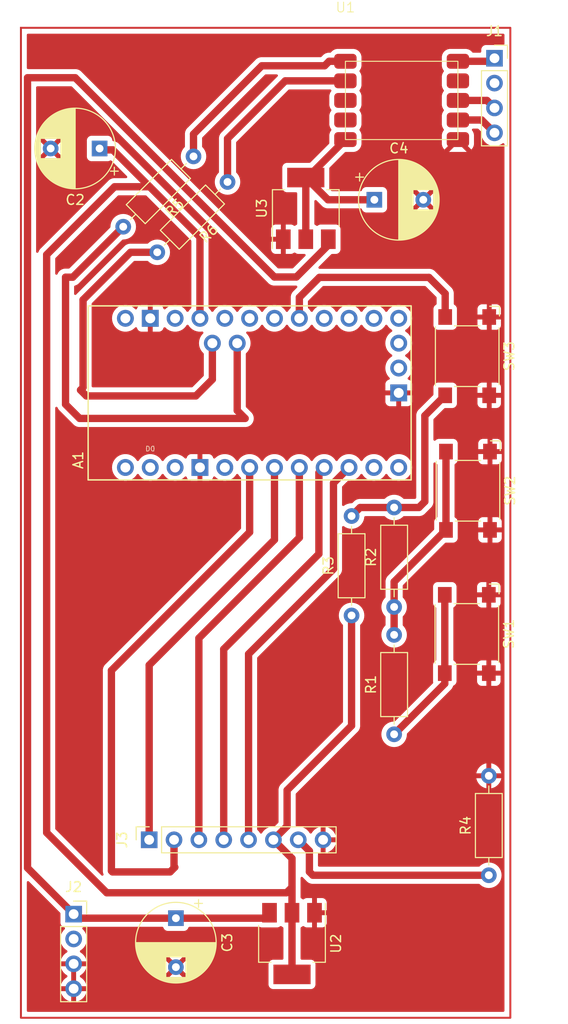
<source format=kicad_pcb>
(kicad_pcb (version 20221018) (generator pcbnew)
  (layers (0 "F.Cu" signal) (31 "B.Cu" signal) (34 "B.Paste" user) (35 "F.Paste" user) (36 "B.SilkS" user "B.Silkscreen") (37 "F.SilkS" user "F.Silkscreen") (38 "B.Mask" user) (39 "F.Mask" user) (44 "Edge.Cuts" user))
  (net 0 "")
  (net 1 "Net-(A1-PadA0)")
  (net 5 "Net-(A1-A4{slash}SDA)")
  (net 6 "Net-(A1-A5{slash}SCL)")
  (net 12 "Net-(A1-D3_INT1)")
  (net 13 "Net-(J3-Pin_1)")
  (net 14 "Net-(J3-Pin_3)")
  (net 15 "Net-(J3-Pin_4)")
  (net 16 "Net-(J3-Pin_5)")
  (net 23 "GND")
  (net 27 "+5V")
  (net 28 "Net-(J2-Pin_1)")
  (net 29 "+3.3V")
  (net 30 "Net-(J1-Pin_1)")
  (net 32 "Net-(J1-Pin_3)")
  (net 33 "Net-(J1-Pin_4)")
  (net 34 "Net-(J3-Pin_7)")
  (net 35 "Net-(R1-Pad1)")
  (net 36 "Net-(R1-Pad2)")
  (net 40 "Net-(U1-SCA)")
  (net 41 "Net-(U1-SCL)")
  (footprint "Resistor_THT:R_Axial_DIN0207_L6.3mm_D2.5mm_P10.16mm_Horizontal" (layer "F.Cu") (at 196.13 41.15 -135)
    (fp_text reference "R6" (at 5.08 -2.37 45) (layer "F.SilkS"))
    (fp_text value "R")
    (pad "1" thru_hole circle (at 0 0 225) (size 1.6 1.6) (drill 0.8) (layers "*.Cu" "*.Mask") (net 41 "Net-(U1-SCL)"))
    (pad "2" thru_hole oval (at 10.16 0 225) (size 1.6 1.6) (drill 0.8) (layers "*.Cu" "*.Mask") (net 6 "Net-(A1-A5{slash}SCL)"))
  )
  (footprint "Button_Switch_SMD:SW_SPST_Omron_B3FS-100xP" (layer "F.Cu") (at 220.59 87.33 -90)
    (fp_text reference "SW1" (at 0 -4.3 90) (layer "F.SilkS"))
    (fp_text value "SW_Push")
    (pad "1" smd rect (at -4 -2.25 90) (size 1.6 1.4) (layers "F.Cu" "F.Paste" "F.Mask") (net 23 "GND"))
    (pad "1" smd rect (at 4 -2.25 90) (size 1.6 1.4) (layers "F.Cu" "F.Paste" "F.Mask") (net 23 "GND"))
    (pad "2" smd rect (at -4 2.25 90) (size 1.6 1.4) (layers "F.Cu" "F.Paste" "F.Mask") (net 35 "Net-(R1-Pad1)"))
    (pad "2" smd rect (at 4 2.25 90) (size 1.6 1.4) (layers "F.Cu" "F.Paste" "F.Mask") (net 35 "Net-(R1-Pad1)"))
  )
  (footprint "Resistor_THT:R_Axial_DIN0207_L6.3mm_D2.5mm_P10.16mm_Horizontal" (layer "F.Cu") (at 192.652102 38.537897 -135)
    (fp_text reference "R5" (at 5.08 -2.37 45) (layer "F.SilkS"))
    (fp_text value "R")
    (pad "1" thru_hole circle (at 0 0 225) (size 1.6 1.6) (drill 0.8) (layers "*.Cu" "*.Mask") (net 40 "Net-(U1-SCA)"))
    (pad "2" thru_hole oval (at 10.16 0 225) (size 1.6 1.6) (drill 0.8) (layers "*.Cu" "*.Mask") (net 5 "Net-(A1-A4{slash}SDA)"))
  )
  (footprint "Library:rda" (layer "F.Cu") (at 208.18 28.82)
    (fp_text reference "U1" (at 0 -5.5 unlocked) (layer "F.SilkS") (effects (font (thickness 0.1))))
    (fp_text value "~")
    (pad "1" smd roundrect (at 0 0) (size 2.286 1.524) (layers "F.Cu" "F.Paste" "F.Mask") (net 40 "Net-(U1-SCA)"))
    (pad "2" smd roundrect (at 0 2) (size 2.286 1.524) (layers "F.Cu" "F.Paste" "F.Mask") (net 41 "Net-(U1-SCL)"))
    (pad "3" smd roundrect (at 0 4) (size 2.286 1.524) (layers "F.Cu" "F.Paste" "F.Mask"))
    (pad "4" smd roundrect (at 0 6) (size 2.286 1.524) (layers "F.Cu" "F.Paste" "F.Mask"))
    (pad "5" smd roundrect (at 0 8) (size 2.286 1.524) (layers "F.Cu" "F.Paste" "F.Mask") (net 29 "+3.3V"))
    (pad "6" smd roundrect (at 11.5 0) (size 2.286 1.524) (layers "F.Cu" "F.Paste" "F.Mask") (net 30 "Net-(J1-Pin_1)"))
    (pad "7" smd roundrect (at 11.5 2) (size 2.286 1.524) (layers "F.Cu" "F.Paste" "F.Mask"))
    (pad "8" smd roundrect (at 11.5 4) (size 2.286 1.524) (layers "F.Cu" "F.Paste" "F.Mask") (net 32 "Net-(J1-Pin_3)"))
    (pad "9" smd roundrect (at 11.5 6) (size 2.286 1.524) (layers "F.Cu" "F.Paste" "F.Mask") (net 33 "Net-(J1-Pin_4)"))
    (pad "10" smd roundrect (at 11.5 8) (size 2.286 1.524) (layers "F.Cu" "F.Paste" "F.Mask") (net 23 "GND"))
  )
  (footprint "Connector_PinSocket_2.54mm:PinSocket_1x04_P2.54mm_Vertical" (layer "F.Cu") (at 223.42 28.51)
    (fp_text reference "J1" (at 0 -2.77) (layer "F.SilkS"))
    (fp_text value "Conn_01x04_Socket")
    (pad "1" thru_hole rect (at 0 0) (size 1.7 1.7) (drill 1) (layers "*.Cu" "*.Mask") (net 30 "Net-(J1-Pin_1)"))
    (pad "2" thru_hole oval (at 0 2.54) (size 1.7 1.7) (drill 1) (layers "*.Cu" "*.Mask"))
    (pad "3" thru_hole oval (at 0 5.08) (size 1.7 1.7) (drill 1) (layers "*.Cu" "*.Mask") (net 32 "Net-(J1-Pin_3)"))
    (pad "4" thru_hole oval (at 0 7.62) (size 1.7 1.7) (drill 1) (layers "*.Cu" "*.Mask") (net 33 "Net-(J1-Pin_4)"))
  )
  (footprint "Capacitor_THT:CP_Radial_D8.0mm_P5.00mm" (layer "F.Cu") (at 183.05 37.73 180)
    (fp_text reference "C2" (at 2.5 -5.25) (layer "F.SilkS"))
    (fp_text value "C")
    (pad "1" thru_hole rect (at 0 0 180) (size 1.6 1.6) (drill 0.8) (layers "*.Cu" "*.Mask") (net 27 "+5V"))
    (pad "2" thru_hole circle (at 5 0 180) (size 1.6 1.6) (drill 0.8) (layers "*.Cu" "*.Mask") (net 23 "GND"))
  )
  (footprint "Resistor_THT:R_Axial_DIN0207_L6.3mm_D2.5mm_P10.16mm_Horizontal" (layer "F.Cu") (at 213.16 84.57 90)
    (fp_text reference "R2" (at 5.08 -2.37 90) (layer "F.SilkS"))
    (fp_text value "R")
    (pad "1" thru_hole circle (at 0 0 90) (size 1.6 1.6) (drill 0.8) (layers "*.Cu" "*.Mask") (net 36 "Net-(R1-Pad2)"))
    (pad "2" thru_hole oval (at 10.16 0 90) (size 1.6 1.6) (drill 0.8) (layers "*.Cu" "*.Mask") (net 1 "Net-(A1-PadA0)"))
  )
  (footprint "PCM_arduino-library:Clone_Pro_Mini_Socket_NoSPH" (layer "F.Cu") (at 198.39 62.7 90)
    (fp_text reference "A1" (at -6.858 -17.526 90) (layer "F.SilkS"))
    (fp_text value "Clone_Pro_Mini_Socket_NoSPH")
    (fp_text user "D0" (at -5.715 -10.16 unlocked) (layer "B.SilkS") (effects (font (size 0.5 0.5) (thickness 0.075)) (justify mirror)))
    (fp_text user "D0" (at -5.715 -10.16 unlocked) (layer "F.SilkS") (effects (font (size 0.5 0.5) (thickness 0.075))))
    (pad "A0" thru_hole circle (at 7.62 5.08 90) (size 1.7272 1.7272) (drill 1.016) (layers "*.Cu" "*.Mask") (net 1 "Net-(A1-PadA0)"))
    (pad "A1" thru_hole circle (at 7.62 2.54 90) (size 1.7272 1.7272) (drill 1.016) (layers "*.Cu" "*.Mask"))
    (pad "A2" thru_hole circle (at 7.62 0 90) (size 1.7272 1.7272) (drill 1.016) (layers "*.Cu" "*.Mask"))
    (pad "A3" thru_hole circle (at 7.62 -2.54 90) (size 1.7272 1.7272) (drill 1.016) (layers "*.Cu" "*.Mask"))
    (pad "A4" thru_hole circle (at 5.08 -1.27 90) (size 1.7272 1.7272) (drill 1.016) (layers "*.Cu" "*.Mask") (net 5 "Net-(A1-A4{slash}SDA)"))
    (pad "A5" thru_hole circle (at 5.08 -3.81 90) (size 1.7272 1.7272) (drill 1.016) (layers "*.Cu" "*.Mask") (net 6 "Net-(A1-A5{slash}SCL)"))
    (pad "A6" thru_hole circle (at 2.54 15.24 90) (size 1.7272 1.7272) (drill 1.016) (layers "*.Cu" "*.Mask"))
    (pad "A7" thru_hole circle (at 5.08 15.24 90) (size 1.7272 1.7272) (drill 1.016) (layers "*.Cu" "*.Mask"))
    (pad "D0" thru_hole circle (at -7.62 -10.16 90) (size 1.7272 1.7272) (drill 1.016) (layers "*.Cu" "*.Mask"))
    (pad "D1" thru_hole circle (at -7.62 -12.7 90) (size 1.7272 1.7272) (drill 1.016) (layers "*.Cu" "*.Mask"))
    (pad "D2" thru_hole circle (at -7.62 -2.54 90) (size 1.7272 1.7272) (drill 1.016) (layers "*.Cu" "*.Mask"))
    (pad "D3" thru_hole circle (at -7.62 0 90) (size 1.7272 1.7272) (drill 1.016) (layers "*.Cu" "*.Mask") (net 12 "Net-(A1-D3_INT1)"))
    (pad "D4" thru_hole circle (at -7.62 2.54 90) (size 1.7272 1.7272) (drill 1.016) (layers "*.Cu" "*.Mask") (net 13 "Net-(J3-Pin_1)"))
    (pad "D5" thru_hole circle (at -7.62 5.08 90) (size 1.7272 1.7272) (drill 1.016) (layers "*.Cu" "*.Mask") (net 14 "Net-(J3-Pin_3)"))
    (pad "D6" thru_hole circle (at -7.62 7.62 90) (size 1.7272 1.7272) (drill 1.016) (layers "*.Cu" "*.Mask") (net 15 "Net-(J3-Pin_4)"))
    (pad "D7" thru_hole circle (at -7.62 10.16 90) (size 1.7272 1.7272) (drill 1.016) (layers "*.Cu" "*.Mask") (net 16 "Net-(J3-Pin_5)"))
    (pad "D8" thru_hole circle (at -7.62 12.7 90) (size 1.7272 1.7272) (drill 1.016) (layers "*.Cu" "*.Mask"))
    (pad "D9" thru_hole circle (at -7.62 15.24 90) (size 1.7272 1.7272) (drill 1.016) (layers "*.Cu" "*.Mask"))
    (pad "D10" thru_hole circle (at 7.62 15.24 90) (size 1.7272 1.7272) (drill 1.016) (layers "*.Cu" "*.Mask"))
    (pad "D11" thru_hole circle (at 7.62 12.7 90) (size 1.7272 1.7272) (drill 1.016) (layers "*.Cu" "*.Mask"))
    (pad "D12" thru_hole circle (at 7.62 10.16 90) (size 1.7272 1.7272) (drill 1.016) (layers "*.Cu" "*.Mask"))
    (pad "D13" thru_hole circle (at 7.62 7.62 90) (size 1.7272 1.7272) (drill 1.016) (layers "*.Cu" "*.Mask"))
    (pad "GND1" thru_hole rect (at -7.62 -5.08 90) (size 1.7272 1.7272) (drill 1.016) (layers "*.Cu" "*.Mask") (net 23 "GND"))
    (pad "GND2" thru_hole rect (at 7.62 -10.16 90) (size 1.7272 1.7272) (drill 1.016) (layers "*.Cu" "*.Mask") (net 23 "GND"))
    (pad "GND3" thru_hole rect (at 0 15.24 90) (size 1.7272 1.7272) (drill 1.016) (layers "*.Cu" "*.Mask") (net 23 "GND"))
    (pad "RAW" thru_hole circle (at 7.62 -12.7 90) (size 1.7272 1.7272) (drill 1.016) (layers "*.Cu" "*.Mask"))
    (pad "RST1" thru_hole circle (at -7.62 -7.62 90) (size 1.7272 1.7272) (drill 1.016) (layers "*.Cu" "*.Mask"))
    (pad "RST2" thru_hole circle (at 7.62 -7.62 90) (size 1.7272 1.7272) (drill 1.016) (layers "*.Cu" "*.Mask"))
    (pad "Vcc1" thru_hole circle (at 7.62 -5.08 90) (size 1.7272 1.7272) (drill 1.016) (layers "*.Cu" "*.Mask") (net 27 "+5V"))
  )
  (footprint "Package_TO_SOT_SMD:SOT-223-3_TabPin2" (layer "F.Cu") (at 202.72 118.96 -90)
    (fp_text reference "U2" (at 0 -4.5 90) (layer "F.SilkS"))
    (fp_text value "AMS1117-5.0")
    (pad "1" smd rect (at -3.15 -2.3 270) (size 2 1.5) (layers "F.Cu" "F.Paste" "F.Mask") (net 23 "GND"))
    (pad "2" smd rect (at -3.15 0 270) (size 2 1.5) (layers "F.Cu" "F.Paste" "F.Mask") (net 27 "+5V"))
    (pad "2" smd rect (at 3.15 0 270) (size 2 3.8) (layers "F.Cu" "F.Paste" "F.Mask") (net 27 "+5V"))
    (pad "3" smd rect (at -3.15 2.3 270) (size 2 1.5) (layers "F.Cu" "F.Paste" "F.Mask") (net 28 "Net-(J2-Pin_1)"))
  )
  (footprint "Connector_PinSocket_2.54mm:PinSocket_1x04_P2.54mm_Vertical" (layer "F.Cu") (at 180.4 115.95)
    (fp_text reference "J2" (at 0 -2.77) (layer "F.SilkS"))
    (fp_text value "Conn_01x04_Socket")
    (pad "1" thru_hole rect (at 0 0) (size 1.7 1.7) (drill 1) (layers "*.Cu" "*.Mask") (net 28 "Net-(J2-Pin_1)"))
    (pad "2" thru_hole oval (at 0 2.54) (size 1.7 1.7) (drill 1) (layers "*.Cu" "*.Mask") (net 28 "Net-(J2-Pin_1)"))
    (pad "3" thru_hole oval (at 0 5.08) (size 1.7 1.7) (drill 1) (layers "*.Cu" "*.Mask") (net 23 "GND"))
    (pad "4" thru_hole oval (at 0 7.62) (size 1.7 1.7) (drill 1) (layers "*.Cu" "*.Mask") (net 23 "GND"))
  )
  (footprint "Connector_PinSocket_2.54mm:PinSocket_1x08_P2.54mm_Vertical" (layer "F.Cu") (at 188.12 108.36 90)
    (fp_text reference "J3" (at 0 -2.77 90) (layer "F.SilkS"))
    (fp_text value "Conn_01x08_Pin")
    (pad "1" thru_hole rect (at 0 0 90) (size 1.7 1.7) (drill 1) (layers "*.Cu" "*.Mask") (net 13 "Net-(J3-Pin_1)"))
    (pad "2" thru_hole oval (at 0 2.54 90) (size 1.7 1.7) (drill 1) (layers "*.Cu" "*.Mask") (net 12 "Net-(A1-D3_INT1)"))
    (pad "3" thru_hole oval (at 0 5.08 90) (size 1.7 1.7) (drill 1) (layers "*.Cu" "*.Mask") (net 14 "Net-(J3-Pin_3)"))
    (pad "4" thru_hole oval (at 0 7.62 90) (size 1.7 1.7) (drill 1) (layers "*.Cu" "*.Mask") (net 15 "Net-(J3-Pin_4)"))
    (pad "5" thru_hole oval (at 0 10.16 90) (size 1.7 1.7) (drill 1) (layers "*.Cu" "*.Mask") (net 16 "Net-(J3-Pin_5)"))
    (pad "6" thru_hole oval (at 0 12.7 90) (size 1.7 1.7) (drill 1) (layers "*.Cu" "*.Mask") (net 27 "+5V"))
    (pad "7" thru_hole oval (at 0 15.24 90) (size 1.7 1.7) (drill 1) (layers "*.Cu" "*.Mask") (net 34 "Net-(J3-Pin_7)"))
    (pad "8" thru_hole oval (at 0 17.78 90) (size 1.7 1.7) (drill 1) (layers "*.Cu" "*.Mask") (net 23 "GND"))
  )
  (footprint "Package_TO_SOT_SMD:SOT-223-3_TabPin2" (layer "F.Cu") (at 204.13 43.85 90)
    (fp_text reference "U3" (at 0 -4.5 90) (layer "F.SilkS"))
    (fp_text value "AMS1117-3.3")
    (pad "1" smd rect (at -3.15 -2.3 90) (size 2 1.5) (layers "F.Cu" "F.Paste" "F.Mask") (net 23 "GND"))
    (pad "2" smd rect (at -3.15 0 90) (size 2 1.5) (layers "F.Cu" "F.Paste" "F.Mask") (net 29 "+3.3V"))
    (pad "2" smd rect (at 3.15 0 90) (size 2 3.8) (layers "F.Cu" "F.Paste" "F.Mask") (net 29 "+3.3V"))
    (pad "3" smd rect (at -3.15 2.3 90) (size 2 1.5) (layers "F.Cu" "F.Paste" "F.Mask") (net 28 "Net-(J2-Pin_1)"))
  )
  (footprint "Resistor_THT:R_Axial_DIN0207_L6.3mm_D2.5mm_P10.16mm_Horizontal" (layer "F.Cu") (at 213.16 97.58 90)
    (fp_text reference "R1" (at 5.08 -2.37 90) (layer "F.SilkS"))
    (fp_text value "R")
    (pad "1" thru_hole circle (at 0 0 90) (size 1.6 1.6) (drill 0.8) (layers "*.Cu" "*.Mask") (net 35 "Net-(R1-Pad1)"))
    (pad "2" thru_hole oval (at 10.16 0 90) (size 1.6 1.6) (drill 0.8) (layers "*.Cu" "*.Mask") (net 36 "Net-(R1-Pad2)"))
  )
  (footprint "Capacitor_THT:CP_Radial_D8.0mm_P5.00mm" (layer "F.Cu") (at 211.14 42.97)
    (fp_text reference "C4" (at 2.5 -5.25) (layer "F.SilkS"))
    (fp_text value "C")
    (pad "1" thru_hole rect (at 0 0) (size 1.6 1.6) (drill 0.8) (layers "*.Cu" "*.Mask") (net 29 "+3.3V"))
    (pad "2" thru_hole circle (at 5 0) (size 1.6 1.6) (drill 0.8) (layers "*.Cu" "*.Mask") (net 23 "GND"))
  )
  (footprint "Resistor_THT:R_Axial_DIN0207_L6.3mm_D2.5mm_P10.16mm_Horizontal" (layer "F.Cu") (at 208.81 85.44 90)
    (fp_text reference "R3" (at 5.08 -2.37 90) (layer "F.SilkS"))
    (fp_text value "R")
    (pad "1" thru_hole circle (at 0 0 90) (size 1.6 1.6) (drill 0.8) (layers "*.Cu" "*.Mask") (net 27 "+5V"))
    (pad "2" thru_hole oval (at 10.16 0 90) (size 1.6 1.6) (drill 0.8) (layers "*.Cu" "*.Mask") (net 1 "Net-(A1-PadA0)"))
  )
  (footprint "Button_Switch_SMD:SW_SPST_Omron_B3FS-100xP" (layer "F.Cu") (at 220.71 72.6975 -90)
    (fp_text reference "SW2" (at 0 -4.3 90) (layer "F.SilkS"))
    (fp_text value "SW_Push")
    (pad "1" smd rect (at -4 -2.25 90) (size 1.6 1.4) (layers "F.Cu" "F.Paste" "F.Mask") (net 23 "GND"))
    (pad "1" smd rect (at 4 -2.25 90) (size 1.6 1.4) (layers "F.Cu" "F.Paste" "F.Mask") (net 23 "GND"))
    (pad "2" smd rect (at -4 2.25 90) (size 1.6 1.4) (layers "F.Cu" "F.Paste" "F.Mask") (net 36 "Net-(R1-Pad2)"))
    (pad "2" smd rect (at 4 2.25 90) (size 1.6 1.4) (layers "F.Cu" "F.Paste" "F.Mask") (net 36 "Net-(R1-Pad2)"))
  )
  (footprint "Button_Switch_SMD:SW_SPST_Omron_B3FS-100xP" (layer "F.Cu") (at 220.63 58.9475 -90)
    (fp_text reference "SW3" (at 0 -4.3 90) (layer "F.SilkS"))
    (fp_text value "SW_Push")
    (pad "1" smd rect (at -4 -2.25 90) (size 1.6 1.4) (layers "F.Cu" "F.Paste" "F.Mask") (net 23 "GND"))
    (pad "1" smd rect (at 4 -2.25 90) (size 1.6 1.4) (layers "F.Cu" "F.Paste" "F.Mask") (net 23 "GND"))
    (pad "2" smd rect (at -4 2.25 90) (size 1.6 1.4) (layers "F.Cu" "F.Paste" "F.Mask") (net 1 "Net-(A1-PadA0)"))
    (pad "2" smd rect (at 4 2.25 90) (size 1.6 1.4) (layers "F.Cu" "F.Paste" "F.Mask") (net 1 "Net-(A1-PadA0)"))
  )
  (footprint "Resistor_THT:R_Axial_DIN0207_L6.3mm_D2.5mm_P10.16mm_Horizontal" (layer "F.Cu") (at 222.84 111.98 90)
    (fp_text reference "R4" (at 5.08 -2.37 90) (layer "F.SilkS"))
    (fp_text value "R")
    (pad "1" thru_hole circle (at 0 0 90) (size 1.6 1.6) (drill 0.8) (layers "*.Cu" "*.Mask") (net 34 "Net-(J3-Pin_7)"))
    (pad "2" thru_hole oval (at 10.16 0 90) (size 1.6 1.6) (drill 0.8) (layers "*.Cu" "*.Mask") (net 23 "GND"))
  )
  (footprint "Capacitor_THT:CP_Radial_D8.0mm_P5.00mm" (layer "F.Cu") (at 190.85 116.367349 -90)
    (fp_text reference "C3" (at 2.5 -5.25 90) (layer "F.SilkS"))
    (fp_text value "C")
    (pad "1" thru_hole rect (at 0 0 270) (size 1.6 1.6) (drill 0.8) (layers "*.Cu" "*.Mask") (net 28 "Net-(J2-Pin_1)"))
    (pad "2" thru_hole circle (at 5 0 270) (size 1.6 1.6) (drill 0.8) (layers "*.Cu" "*.Mask") (net 23 "GND"))
  )
  (gr_rect (start 175.01 25.4) (end 225.04 126.54) (stroke (width 0.2)) (fill none) (layer "F.Cu"))
  (segment (start 205.52 50.9) (end 216.72 50.9) (width 0.75) (layer "F.Cu") (net 1))
  (segment (start 218.38 62.9475) (end 216.3 65.0275) (width 0.75) (layer "F.Cu") (net 1))
  (segment (start 218.38 52.56) (end 218.38 54.9475) (width 0.75) (layer "F.Cu") (net 1))
  (segment (start 215.69 74.41) (end 213.16 74.41) (width 0.75) (layer "F.Cu") (net 1))
  (segment (start 216.3 65.0275) (end 216.3 73.8) (width 0.75) (layer "F.Cu") (net 1))
  (segment (start 203.47 52.95) (end 205.52 50.9) (width 0.75) (layer "F.Cu") (net 1))
  (segment (start 216.72 50.9) (end 218.38 52.56) (width 0.75) (layer "F.Cu") (net 1))
  (segment (start 203.47 55.08) (end 203.47 52.95) (width 0.75) (layer "F.Cu") (net 1))
  (segment (start 216.3 73.8) (end 215.69 74.41) (width 0.75) (layer "F.Cu") (net 1))
  (segment (start 213.16 74.41) (end 209.68 74.41) (width 0.75) (layer "F.Cu") (net 1))
  (segment (start 209.68 74.41) (end 208.81 75.28) (width 0.75) (layer "F.Cu") (net 1))
  (segment (start 197.93 65.31) (end 197.12 64.5) (width 0.75) (layer "F.Cu") (net 5))
  (segment (start 185.467897 45.722102) (end 180.309999 50.88) (width 0.75) (layer "F.Cu") (net 5))
  (segment (start 180.309999 50.88) (end 179.57 50.88) (width 0.75) (layer "F.Cu") (net 5))
  (segment (start 197.12 64.5) (end 197.12 57.62) (width 0.75) (layer "F.Cu") (net 5))
  (segment (start 181.01 65.31) (end 197.93 65.31) (width 0.75) (layer "F.Cu") (net 5))
  (segment (start 179.57 63.87) (end 181.01 65.31) (width 0.75) (layer "F.Cu") (net 5))
  (segment (start 179.57 50.88) (end 179.57 63.87) (width 0.75) (layer "F.Cu") (net 5))
  (segment (start 181.1 62.41) (end 181.36 62.15) (width 0.75) (layer "F.Cu") (net 6))
  (segment (start 181.36 53.19) (end 186.215795 48.334205) (width 0.75) (layer "F.Cu") (net 6))
  (segment (start 194.58 57.62) (end 194.58 61.32) (width 0.75) (layer "F.Cu") (net 6))
  (segment (start 186.215795 48.334205) (end 188.945795 48.334205) (width 0.75) (layer "F.Cu") (net 6))
  (segment (start 181.36 62.15) (end 181.36 53.19) (width 0.75) (layer "F.Cu") (net 6))
  (segment (start 192.89 63.01) (end 181.7 63.01) (width 0.75) (layer "F.Cu") (net 6))
  (segment (start 194.58 61.32) (end 192.89 63.01) (width 0.75) (layer "F.Cu") (net 6))
  (segment (start 181.7 63.01) (end 181.1 62.41) (width 0.75) (layer "F.Cu") (net 6))
  (segment (start 184.37 111.64) (end 190.26 111.64) (width 0.75) (layer "F.Cu") (net 12))
  (segment (start 190.26 111.64) (end 190.74 111.16) (width 0.75) (layer "F.Cu") (net 12))
  (segment (start 198.39 70.32) (end 198.39 76.93) (width 0.75) (layer "F.Cu") (net 12))
  (segment (start 198.39 76.93) (end 184.26 91.06) (width 0.75) (layer "F.Cu") (net 12))
  (segment (start 184.26 111.53) (end 184.37 111.64) (width 0.75) (layer "F.Cu") (net 12))
  (segment (start 190.74 111.16) (end 190.66 111.08) (width 0.75) (layer "F.Cu") (net 12))
  (segment (start 190.66 111.08) (end 190.66 108.36) (width 0.75) (layer "F.Cu") (net 12))
  (segment (start 184.26 91.06) (end 184.26 111.53) (width 0.75) (layer "F.Cu") (net 12))
  (segment (start 200.93 77.7) (end 200.93 70.32) (width 0.75) (layer "F.Cu") (net 13))
  (segment (start 188.12 90.51) (end 200.93 77.7) (width 0.75) (layer "F.Cu") (net 13))
  (segment (start 188.12 108.36) (end 188.12 90.51) (width 0.75) (layer "F.Cu") (net 13))
  (segment (start 193.2 87.76) (end 193.2 108.36) (width 0.75) (layer "F.Cu") (net 14))
  (segment (start 203.47 77.49) (end 193.2 87.76) (width 0.75) (layer "F.Cu") (net 14))
  (segment (start 203.47 70.32) (end 203.47 77.49) (width 0.75) (layer "F.Cu") (net 14))
  (segment (start 195.74 88.88) (end 205.47 79.15) (width 0.75) (layer "F.Cu") (net 15))
  (segment (start 205.47 79.15) (end 205.47 70.86) (width 0.75) (layer "F.Cu") (net 15))
  (segment (start 195.74 108.36) (end 195.74 88.88) (width 0.75) (layer "F.Cu") (net 15))
  (segment (start 205.47 70.86) (end 206.01 70.32) (width 0.75) (layer "F.Cu") (net 15))
  (segment (start 206.96 80.7) (end 206.96 71.91) (width 0.75) (layer "F.Cu") (net 16))
  (segment (start 198.28 89.38) (end 206.96 80.7) (width 0.75) (layer "F.Cu") (net 16))
  (segment (start 206.96 71.91) (end 208.55 70.32) (width 0.75) (layer "F.Cu") (net 16))
  (segment (start 198.28 108.36) (end 198.28 89.38) (width 0.75) (layer "F.Cu") (net 16))
  (segment (start 208.81 96.7) (end 202.22 103.29) (width 0.75) (layer "F.Cu") (net 27))
  (segment (start 200.82 108.36) (end 202.72 110.26) (width 0.75) (layer "F.Cu") (net 27))
  (segment (start 183.19 37.87) (end 183.05 37.73) (width 0.75) (layer "F.Cu") (net 27))
  (segment (start 177.64 48.58) (end 177.64 107.63) (width 0.75) (layer "F.Cu") (net 27))
  (segment (start 183.78 113.77) (end 202.16 113.77) (width 0.75) (layer "F.Cu") (net 27))
  (segment (start 202.72 113.21) (end 202.72 115.81) (width 0.75) (layer "F.Cu") (net 27))
  (segment (start 184.58 41.64) (end 177.64 48.58) (width 0.75) (layer "F.Cu") (net 27))
  (segment (start 202.72 115.81) (end 202.72 122.11) (width 0.75) (layer "F.Cu") (net 27))
  (segment (start 202.72 110.26) (end 202.72 113.21) (width 0.75) (layer "F.Cu") (net 27))
  (segment (start 184.4 37.87) (end 188.17 41.64) (width 0.75) (layer "F.Cu") (net 27))
  (segment (start 202.22 103.29) (end 202.22 106.96) (width 0.75) (layer "F.Cu") (net 27))
  (segment (start 193.31 46.78) (end 193.31 55.08) (width 0.75) (layer "F.Cu") (net 27))
  (segment (start 188.17 41.64) (end 184.58 41.64) (width 0.75) (layer "F.Cu") (net 27))
  (segment (start 177.64 107.63) (end 183.78 113.77) (width 0.75) (layer "F.Cu") (net 27))
  (segment (start 184.4 37.87) (end 183.19 37.87) (width 0.75) (layer "F.Cu") (net 27))
  (segment (start 188.17 41.64) (end 193.31 46.78) (width 0.75) (layer "F.Cu") (net 27))
  (segment (start 208.81 85.44) (end 208.81 96.7) (width 0.75) (layer "F.Cu") (net 27))
  (segment (start 202.16 113.77) (end 202.72 113.21) (width 0.75) (layer "F.Cu") (net 27))
  (segment (start 202.22 106.96) (end 200.82 108.36) (width 0.75) (layer "F.Cu") (net 27))
  (segment (start 190.85 116.367349) (end 180.817349 116.367349) (width 0.75) (layer "F.Cu") (net 28))
  (segment (start 180.56 30.5) (end 200.92 50.86) (width 0.75) (layer "F.Cu") (net 28))
  (segment (start 203.17 50.86) (end 206.43 47.6) (width 0.75) (layer "F.Cu") (net 28))
  (segment (start 180.817349 116.367349) (end 180.4 115.95) (width 0.75) (layer "F.Cu") (net 28))
  (segment (start 190.85 116.367349) (end 199.862651 116.367349) (width 0.75) (layer "F.Cu") (net 28))
  (segment (start 175.685 111.235) (end 175.685 30.5) (width 0.75) (layer "F.Cu") (net 28))
  (segment (start 206.43 47.6) (end 206.43 47) (width 0.75) (layer "F.Cu") (net 28))
  (segment (start 199.862651 116.367349) (end 200.42 115.81) (width 0.75) (layer "F.Cu") (net 28))
  (segment (start 175.685 30.5) (end 180.56 30.5) (width 0.75) (layer "F.Cu") (net 28))
  (segment (start 180.4 115.95) (end 175.685 111.235) (width 0.75) (layer "F.Cu") (net 28))
  (segment (start 200.92 50.86) (end 203.17 50.86) (width 0.75) (layer "F.Cu") (net 28))
  (segment (start 206.4 42.97) (end 204.13 40.7) (width 0.75) (layer "F.Cu") (net 29))
  (segment (start 204.13 40.7) (end 204.3 40.7) (width 0.75) (layer "F.Cu") (net 29))
  (segment (start 211.14 42.97) (end 206.4 42.97) (width 0.75) (layer "F.Cu") (net 29))
  (segment (start 204.13 47) (end 204.13 40.7) (width 0.75) (layer "F.Cu") (net 29))
  (segment (start 204.3 40.7) (end 208.18 36.82) (width 0.75) (layer "F.Cu") (net 29))
  (segment (start 223.11 28.82) (end 223.42 28.51) (width 0.75) (layer "F.Cu") (net 30))
  (segment (start 219.68 28.82) (end 223.11 28.82) (width 0.75) (layer "F.Cu") (net 30))
  (segment (start 223.42 33.59) (end 222.65 32.82) (width 0.75) (layer "F.Cu") (net 32))
  (segment (start 222.65 32.82) (end 219.68 32.82) (width 0.75) (layer "F.Cu") (net 32))
  (segment (start 222.11 34.82) (end 219.68 34.82) (width 0.75) (layer "F.Cu") (net 33))
  (segment (start 223.42 36.13) (end 222.11 34.82) (width 0.75) (layer "F.Cu") (net 33))
  (segment (start 204.5 109.5) (end 204.5 111.63) (width 0.75) (layer "F.Cu") (net 34))
  (segment (start 203.36 108.36) (end 204.5 109.5) (width 0.75) (layer "F.Cu") (net 34))
  (segment (start 204.5 111.63) (end 204.85 111.98) (width 0.75) (layer "F.Cu") (net 34))
  (segment (start 204.85 111.98) (end 222.84 111.98) (width 0.75) (layer "F.Cu") (net 34))
  (segment (start 213.16 97.58) (end 218.34 92.4) (width 0.75) (layer "F.Cu") (net 35))
  (segment (start 218.34 83.33) (end 218.34 91.33) (width 0.75) (layer "F.Cu") (net 35))
  (segment (start 218.34 92.4) (end 218.34 91.33) (width 0.75) (layer "F.Cu") (net 35))
  (segment (start 213.16 81.9975) (end 218.46 76.6975) (width 0.75) (layer "F.Cu") (net 36))
  (segment (start 213.16 84.57) (end 213.16 87.42) (width 0.75) (layer "F.Cu") (net 36))
  (segment (start 213.16 84.57) (end 213.16 81.9975) (width 0.75) (layer "F.Cu") (net 36))
  (segment (start 218.46 68.6975) (end 218.46 76.6975) (width 0.75) (layer "F.Cu") (net 36))
  (segment (start 192.652102 36.257898) (end 192.652102 38.537897) (width 0.75) (layer "F.Cu") (net 40))
  (segment (start 206.515456 28.82) (end 206.055456 29.28) (width 0.75) (layer "F.Cu") (net 40))
  (segment (start 206.055456 29.28) (end 199.63 29.28) (width 0.75) (layer "F.Cu") (net 40))
  (segment (start 208.18 28.82) (end 206.515456 28.82) (width 0.75) (layer "F.Cu") (net 40))
  (segment (start 199.63 29.28) (end 192.652102 36.257898) (width 0.75) (layer "F.Cu") (net 40))
  (segment (start 196.13 36.72) (end 202.03 30.82) (width 0.75) (layer "F.Cu") (net 41))
  (segment (start 196.13 41.15) (end 196.13 36.72) (width 0.75) (layer "F.Cu") (net 41))
  (segment (start 202.03 30.82) (end 208.18 30.82) (width 0.75) (layer "F.Cu") (net 41))
  (zone (net 23) (net_name "GND") (layer "F.Cu") (connect_pads (clearance 0.5)) (min_thickness 0.25) (fill yes (thermal_gap 0.5) (thermal_bridge_width 0.5))
    (polygon (pts (xy 225.04 25.4) (xy 175.01 25.4) (xy 175.01 126.54) (xy 225.04 126.54)))
  )
)
</source>
